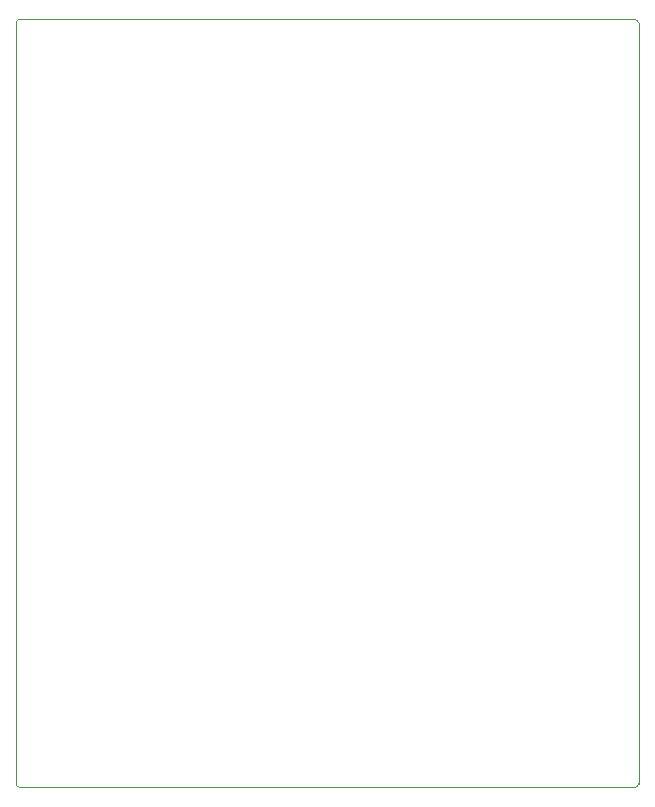
<source format=gbr>
G04 #@! TF.GenerationSoftware,KiCad,Pcbnew,(6.0.2)*
G04 #@! TF.CreationDate,2022-05-10T20:50:56-07:00*
G04 #@! TF.ProjectId,iflfu-top,69666c66-752d-4746-9f70-2e6b69636164,rev?*
G04 #@! TF.SameCoordinates,Original*
G04 #@! TF.FileFunction,Profile,NP*
%FSLAX46Y46*%
G04 Gerber Fmt 4.6, Leading zero omitted, Abs format (unit mm)*
G04 Created by KiCad (PCBNEW (6.0.2)) date 2022-05-10 20:50:56*
%MOMM*%
%LPD*%
G01*
G04 APERTURE LIST*
G04 #@! TA.AperFunction,Profile*
%ADD10C,0.100000*%
G04 #@! TD*
G04 APERTURE END LIST*
D10*
X145900000Y-14934717D02*
G75*
G03*
X145600000Y-15234717I0J-300000D01*
G01*
X198300000Y-15234717D02*
G75*
G03*
X198000000Y-14934717I-300000J0D01*
G01*
X198000000Y-79934717D02*
G75*
G03*
X198300000Y-79634717I0J300000D01*
G01*
X145600000Y-79634717D02*
G75*
G03*
X145900000Y-79934717I300000J0D01*
G01*
X198300000Y-15234717D02*
X198300000Y-79634717D01*
X145600000Y-79634717D02*
X145600000Y-15234717D01*
X145900000Y-14934717D02*
X198000000Y-14934717D01*
X198000000Y-79934717D02*
X145900000Y-79934717D01*
M02*

</source>
